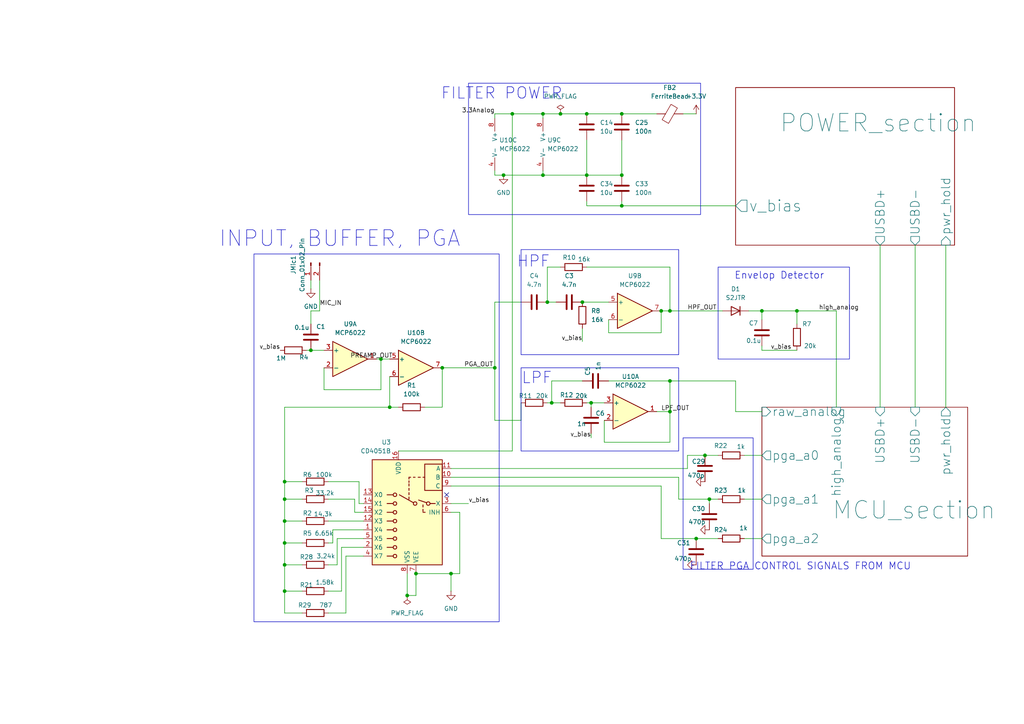
<source format=kicad_sch>
(kicad_sch (version 20250114) (generator "eeschema") (generator_version "9.0")
  (paper "A4")
  (lib_symbols
    (symbol "Amplifier_Operational:MCP6022" (pin_names (offset 0.127))
      (property "Reference" "U" (at 0 5.08 0))
      (property "Value" "MCP6022" (at 0 -5.08 0))
      (symbol "MCP6022_1_1"
        (polyline (pts (xy -5.08 5.08) (xy 5.08 0) (xy -5.08 -5.08) (xy -5.08 5.08)) (stroke (width 0.254)) (fill (type background)))
        (pin input line (at -7.62 2.54 0) (length 2.54) (name "+") (number "3"))
        (pin input line (at -7.62 -2.54 0) (length 2.54) (name "-") (number "2"))
        (pin output line (at 7.62 0 180) (length 2.54) (name "~") (number "1"))
      )
      (symbol "MCP6022_2_1"
        (polyline (pts (xy -5.08 5.08) (xy 5.08 0) (xy -5.08 -5.08) (xy -5.08 5.08)) (stroke (width 0.254)) (fill (type background)))
        (pin input line (at -7.62 2.54 0) (length 2.54) (name "+") (number "5"))
        (pin input line (at -7.62 -2.54 0) (length 2.54) (name "-") (number "6"))
        (pin output line (at 7.62 0 180) (length 2.54) (name "~") (number "7"))
      )
      (symbol "MCP6022_3_1"
        (pin power_in line (at -2.54 7.62 270) (length 3.81) (name "V+") (number "8"))
        (pin power_in line (at -2.54 -7.62 90) (length 3.81) (name "V-") (number "4"))
      )
    )
    (symbol "Analog_Switch:CD4051B"
      (property "Reference" "U" (at -10.16 16.51 0))
      (property "Value" "CD4051B" (at 3.81 16.51 0))
      (symbol "CD4051B_0_1"
        (rectangle (start -10.16 15.24) (end 10.16 -15.24) (stroke (width 0.254)) (fill (type background)))
        (rectangle (start -10.16 6.35) (end -5.08 13.97) (stroke (width 0.254)))
        (polyline (pts (xy -8.128 2.54) (xy -6.604 2.54)) (stroke (width 0.254)))
        (circle (center -6.096 2.54) (radius 0.508) (stroke (width 0.254)))
        (polyline (pts (xy -5.588 2.794) (xy -3.302 3.556)) (stroke (width 0.254)))
        (polyline (pts (xy -4.572 10.16) (xy -5.08 10.16)) (stroke (width 0.254)))
        (polyline (pts (xy -4.572 1.524) (xy -4.572 2.159)) (stroke (width 0.254)))
        (polyline (pts (xy -4.572 0.254) (xy -4.572 0.889)) (stroke (width 0.254)))
        (polyline (pts (xy -4.572 0) (xy -5.207 0)) (stroke (width 0.254)))
        (polyline (pts (xy -3.81 10.16) (xy -3.175 10.16)) (stroke (width 0.254)))
        (circle (center -2.286 2.54) (radius 0.508) (stroke (width 0.254)))
        (polyline (pts (xy -1.778 10.16) (xy -2.286 10.16)) (stroke (width 0.254)))
        (polyline (pts (xy -1.778 2.794) (xy 2.286 5.08)) (stroke (width 0.254)))
        (polyline (pts (xy -0.508 10.16) (xy -1.016 10.16)) (stroke (width 0.254)))
        (polyline (pts (xy -0.508 9.652) (xy -0.508 10.16)) (stroke (width 0.254)))
        (polyline (pts (xy -0.508 8.636) (xy -0.508 9.144)) (stroke (width 0.254)))
        (polyline (pts (xy -0.508 7.62) (xy -0.508 8.255)) (stroke (width 0.254)))
        (polyline (pts (xy -0.508 6.35) (xy -0.508 6.985)) (stroke (width 0.254)))
        (polyline (pts (xy -0.508 5.08) (xy -0.508 5.715)) (stroke (width 0.254)))
        (polyline (pts (xy -0.508 3.81) (xy -0.508 4.445)) (stroke (width 0.254)))
        (circle (center 3.556 5.08) (radius 0.508) (stroke (width 0.254)))
        (circle (center 3.556 2.54) (radius 0.508) (stroke (width 0.254)))
        (circle (center 3.556 0) (radius 0.508) (stroke (width 0.254)))
        (circle (center 3.556 -2.54) (radius 0.508) (stroke (width 0.254)))
        (circle (center 3.556 -5.08) (radius 0.508) (stroke (width 0.254)))
        (circle (center 3.556 -7.62) (radius 0.508) (stroke (width 0.254)))
        (circle (center 3.556 -10.16) (radius 0.508) (stroke (width 0.254)))
        (circle (center 3.556 -12.7) (radius 0.508) (stroke (width 0.254)))
        (polyline (pts (xy 4.064 5.08) (xy 5.842 5.08)) (stroke (width 0.254)))
        (polyline (pts (xy 4.064 2.54) (xy 5.842 2.54)) (stroke (width 0.254)))
        (polyline (pts (xy 4.064 0) (xy 5.842 0)) (stroke (width 0.254)))
        (polyline (pts (xy 4.064 -2.54) (xy 5.842 -2.54)) (stroke (width 0.254)))
        (polyline (pts (xy 4.064 -5.08) (xy 5.842 -5.08)) (stroke (width 0.254)))
        (polyline (pts (xy 4.064 -7.62) (xy 5.842 -7.62)) (stroke (width 0.254)))
        (polyline (pts (xy 4.064 -10.16) (xy 5.842 -10.16)) (stroke (width 0.254)))
        (polyline (pts (xy 4.064 -12.7) (xy 5.842 -12.7)) (stroke (width 0.254)))
      )
      (symbol "CD4051B_1_1"
        (pin input line (at -12.7 12.7 0) (length 2.54) (name "A") (number "11"))
        (pin input line (at -12.7 10.16 0) (length 2.54) (name "B") (number "10"))
        (pin input line (at -12.7 7.62 0) (length 2.54) (name "C") (number "9"))
        (pin bidirectional line (at -12.7 2.54 0) (length 2.54) (name "X") (number "3"))
        (pin input line (at -12.7 0 0) (length 2.54) (name "INH") (number "6"))
        (pin power_in line (at -2.54 -17.78 90) (length 2.54) (name "VEE") (number "7"))
        (pin power_in line (at 0 -17.78 90) (length 2.54) (name "VSS") (number "8"))
        (pin power_in line (at 2.54 17.78 270) (length 2.54) (name "VDD") (number "16"))
        (pin bidirectional line (at 12.7 5.08 180) (length 2.54) (name "X0") (number "13"))
        (pin bidirectional line (at 12.7 2.54 180) (length 2.54) (name "X1") (number "14"))
        (pin bidirectional line (at 12.7 0 180) (length 2.54) (name "X2") (number "15"))
        (pin bidirectional line (at 12.7 -2.54 180) (length 2.54) (name "X3") (number "12"))
        (pin bidirectional line (at 12.7 -5.08 180) (length 2.54) (name "X4") (number "1"))
        (pin bidirectional line (at 12.7 -7.62 180) (length 2.54) (name "X5") (number "5"))
        (pin bidirectional line (at 12.7 -10.16 180) (length 2.54) (name "X6") (number "2"))
        (pin bidirectional line (at 12.7 -12.7 180) (length 2.54) (name "X7") (number "4"))
      )
    )
    (symbol "Connector:Conn_01x02_Pin" (pin_names (offset 1.016) (hide yes))
      (property "Reference" "J" (at 0 2.54 0))
      (property "Value" "Conn_01x02_Pin" (at 0 -5.08 0))
      (symbol "Conn_01x02_Pin_1_1"
        (rectangle (start 0.8636 0.127) (end 0 -0.127) (stroke (width 0.1524)) (fill (type outline)))
        (rectangle (start 0.8636 -2.413) (end 0 -2.667) (stroke (width 0.1524)) (fill (type outline)))
        (polyline (pts (xy 1.27 0) (xy 0.8636 0)) (stroke (width 0.1524)))
        (polyline (pts (xy 1.27 -2.54) (xy 0.8636 -2.54)) (stroke (width 0.1524)))
        (pin passive line (at 5.08 0 180) (length 3.81) (name "Pin_1") (number "1"))
        (pin passive line (at 5.08 -2.54 180) (length 3.81) (name "Pin_2") (number "2"))
      )
    )
    (symbol "Device:C" (pin_numbers (hide yes)) (pin_names (offset 0.254))
      (property "Reference" "C" (at 0.635 2.54 0))
      (property "Value" "C" (at 0.635 -2.54 0))
      (symbol "C_0_1"
        (polyline (pts (xy -2.032 0.762) (xy 2.032 0.762)) (stroke (width 0.508)))
        (polyline (pts (xy -2.032 -0.762) (xy 2.032 -0.762)) (stroke (width 0.508)))
      )
      (symbol "C_1_1"
        (pin passive line (at 0 3.81 270) (length 2.794) (name "~") (number "1"))
        (pin passive line (at 0 -3.81 90) (length 2.794) (name "~") (number "2"))
      )
    )
    (symbol "Device:FerriteBead" (pin_numbers (hide yes)) (pin_names (offset 0))
      (property "Reference" "FB" (at -3.81 0.635 90))
      (property "Value" "FerriteBead" (at 3.81 0 90))
      (symbol "FerriteBead_0_1"
        (polyline (pts (xy -2.7686 0.4064) (xy -1.7018 2.2606) (xy 2.7686 -0.3048) (xy 1.6764 -2.159) (xy -2.7686 0.4064)))
        (polyline (pts (xy 0 1.27) (xy 0 1.2954)))
        (polyline (pts (xy 0 -1.27) (xy 0 -1.2192)))
      )
      (symbol "FerriteBead_1_1"
        (pin passive line (at 0 3.81 270) (length 2.54) (name "~") (number "1"))
        (pin passive line (at 0 -3.81 90) (length 2.54) (name "~") (number "2"))
      )
    )
    (symbol "Device:R" (pin_numbers (hide yes)) (pin_names (offset 0))
      (property "Reference" "R" (at 2.032 0 90))
      (property "Value" "R" (at 0 0 90))
      (symbol "R_0_1"
        (rectangle (start -1.016 -2.54) (end 1.016 2.54) (stroke (width 0.254)))
      )
      (symbol "R_1_1"
        (pin passive line (at 0 3.81 270) (length 1.27) (name "~") (number "1"))
        (pin passive line (at 0 -3.81 90) (length 1.27) (name "~") (number "2"))
      )
    )
    (symbol "Diode:S2JTR" (pin_numbers (hide yes)) (pin_names (hide yes))
      (property "Reference" "D" (at 0 2.54 0))
      (property "Value" "S2JTR" (at 0 -2.54 0))
      (symbol "S2JTR_0_1"
        (polyline (pts (xy -1.27 1.27) (xy -1.27 -1.27)) (stroke (width 0.254)))
        (polyline (pts (xy 1.27 1.27) (xy 1.27 -1.27) (xy -1.27 0) (xy 1.27 1.27)) (stroke (width 0.254)))
        (polyline (pts (xy 1.27 0) (xy -1.27 0)))
      )
      (symbol "S2JTR_1_1"
        (pin passive line (at -3.81 0 0) (length 2.54) (name "K") (number "1"))
        (pin passive line (at 3.81 0 180) (length 2.54) (name "A") (number "2"))
      )
    )
    (symbol "power:+3.3V" (power) (pin_numbers (hide yes)) (pin_names (offset 0) (hide yes))
      (property "Value" "+3.3V" (at 0 3.556 0))
      (symbol "+3.3V_0_1"
        (polyline (pts (xy -0.762 1.27) (xy 0 2.54)))
        (polyline (pts (xy 0 2.54) (xy 0.762 1.27)))
        (polyline (pts (xy 0 0) (xy 0 2.54)))
      )
      (symbol "+3.3V_1_1"
        (pin power_in line (at 0 0 90) (length 0) (name "~") (number "1"))
      )
    )
    (symbol "power:GND" (power) (pin_numbers (hide yes)) (pin_names (offset 0) (hide yes))
      (property "Value" "GND" (at 0 -3.81 0))
      (symbol "GND_0_1"
        (polyline (pts (xy 0 0) (xy 0 -1.27) (xy 1.27 -1.27) (xy 0 -2.54) (xy -1.27 -1.27) (xy 0 -1.27)))
      )
      (symbol "GND_1_1"
        (pin power_in line (at 0 0 270) (length 0) (name "~") (number "1"))
      )
    )
    (symbol "power:PWR_FLAG" (power) (pin_numbers (hide yes)) (pin_names (offset 0) (hide yes))
      (property "Value" "PWR_FLAG" (at 0 3.81 0))
      (symbol "PWR_FLAG_0_0"
        (pin power_out line (at 0 0 90) (length 0) (name "~") (number "1"))
      )
      (symbol "PWR_FLAG_0_1"
        (polyline (pts (xy 0 0) (xy 0 1.27) (xy -1.016 1.905) (xy 0 2.54) (xy 1.016 1.905) (xy 0 1.27)))
      )
    )
  )
  (rectangle (start 151.13 72.39) (end 196.85 102.87))
  (rectangle (start 73.66 73.66) (end 144.78 180.34))
  (rectangle (start 208.28 77.47) (end 246.38 104.14))
  (rectangle (start 135.89 24.13) (end 203.2 62.23))
  (rectangle (start 151.13 106.68) (end 196.85 130.81))
  (rectangle (start 198.12 127) (end 218.44 165.1))
  (text "LPF\n" (at 155.702 109.728 0) (effects (font (size 3.302 3.302))))
  (text "Envelop Detector\n" (at 226.06 80.01 0) (effects (font (size 2.032 2.032))))
  (text "FILTER POWER\n" (at 145.542 27.178 0) (effects (font (size 3.302 3.302))))
  (text "INPUT, BUFFER, PGA\n" (at 98.552 69.342 0) (effects (font (size 4.572 4.572))))
  (text "FILTER PGA CONTROL SIGNALS FROM MCU\n" (at 232.156 164.338 0) (effects (font (size 2.032 2.032))))
  (text "HPF " (at 155.956 75.946 0) (effects (font (size 3.302 3.302))))
  (junction (at 201.93 156.21))
  (junction (at 170.18 33.02))
  (junction (at 130.81 166.37))
  (junction (at 113.03 118.11))
  (junction (at 148.59 33.02))
  (junction (at 180.34 50.8))
  (junction (at 82.55 139.7))
  (junction (at 171.45 116.84))
  (junction (at 120.65 166.37))
  (junction (at 158.75 87.63))
  (junction (at 157.48 50.8))
  (junction (at 205.74 144.78))
  (junction (at 194.31 119.38))
  (junction (at 204.47 132.08))
  (junction (at 157.48 33.02))
  (junction (at 128.27 106.68))
  (junction (at 110.49 104.14))
  (junction (at 180.34 59.69))
  (junction (at 194.31 110.49))
  (junction (at 82.55 163.83))
  (junction (at 82.55 144.78))
  (junction (at 170.18 50.8))
  (junction (at 231.14 90.17))
  (junction (at 160.02 116.84))
  (junction (at 143.51 106.68))
  (junction (at 82.55 157.48))
  (junction (at 146.05 50.8))
  (junction (at 82.55 151.13))
  (junction (at 90.17 101.6))
  (junction (at 220.98 90.17))
  (junction (at 191.77 90.17))
  (junction (at 118.11 172.72))
  (junction (at 168.91 87.63))
  (junction (at 162.56 33.02))
  (junction (at 180.34 33.02))
  (junction (at 194.31 90.17))
  (junction (at 82.55 171.45))
  (no_connect (at 129.54 143.51))
  (wire (pts (xy 146.05 50.8) (xy 143.51 50.8)))
  (wire (pts (xy 96.52 153.67) (xy 96.52 157.48)))
  (wire (pts (xy 180.34 58.42) (xy 180.34 59.69)))
  (wire (pts (xy 88.9 101.6) (xy 90.17 101.6)))
  (wire (pts (xy 82.55 171.45) (xy 82.55 177.8)))
  (wire (pts (xy 82.55 144.78) (xy 82.55 151.13)))
  (wire (pts (xy 99.06 171.45) (xy 95.25 171.45)))
  (wire (pts (xy 130.81 146.05) (xy 135.89 146.05)))
  (wire (pts (xy 162.56 77.47) (xy 158.75 77.47)))
  (wire (pts (xy 130.81 148.59) (xy 133.35 148.59)))
  (wire (pts (xy 157.48 50.8) (xy 170.18 50.8)))
  (wire (pts (xy 170.18 77.47) (xy 194.31 77.47)))
  (wire (pts (xy 143.51 33.02) (xy 148.59 33.02)))
  (wire (pts (xy 82.55 118.11) (xy 113.03 118.11)))
  (wire (pts (xy 128.27 106.68) (xy 128.27 118.11)))
  (wire (pts (xy 157.48 33.02) (xy 157.48 34.29)))
  (wire (pts (xy 133.35 166.37) (xy 130.81 166.37)))
  (wire (pts (xy 151.13 116.84) (xy 151.13 121.92)))
  (wire (pts (xy 102.87 144.78) (xy 95.25 144.78)))
  (wire (pts (xy 128.27 106.68) (xy 143.51 106.68)))
  (wire (pts (xy 220.98 90.17) (xy 231.14 90.17)))
  (wire (pts (xy 82.55 157.48) (xy 87.63 157.48)))
  (wire (pts (xy 100.33 177.8) (xy 95.25 177.8)))
  (wire (pts (xy 205.74 144.78) (xy 205.74 146.05)))
  (wire (pts (xy 143.51 33.02) (xy 143.51 34.29)))
  (wire (pts (xy 171.45 116.84) (xy 171.45 118.11)))
  (wire (pts (xy 143.51 121.92) (xy 151.13 121.92)))
  (wire (pts (xy 90.17 93.98) (xy 90.17 90.17)))
  (wire (pts (xy 82.55 151.13) (xy 87.63 151.13)))
  (wire (pts (xy 82.55 118.11) (xy 82.55 139.7)))
  (wire (pts (xy 180.34 59.69) (xy 213.36 59.69)))
  (wire (pts (xy 160.02 110.49) (xy 168.91 110.49)))
  (wire (pts (xy 198.12 33.02) (xy 201.93 33.02)))
  (wire (pts (xy 105.41 156.21) (xy 97.79 156.21)))
  (wire (pts (xy 100.33 161.29) (xy 100.33 177.8)))
  (wire (pts (xy 265.43 71.12) (xy 265.43 118.11)))
  (wire (pts (xy 82.55 163.83) (xy 87.63 163.83)))
  (wire (pts (xy 82.55 151.13) (xy 82.55 157.48)))
  (wire (pts (xy 190.5 119.38) (xy 194.31 119.38)))
  (wire (pts (xy 82.55 163.83) (xy 82.55 171.45)))
  (wire (pts (xy 110.49 113.03) (xy 110.49 104.14)))
  (wire (pts (xy 213.36 119.38) (xy 220.98 119.38)))
  (wire (pts (xy 231.14 90.17) (xy 231.14 93.98)))
  (wire (pts (xy 220.98 100.33) (xy 220.98 101.6)))
  (wire (pts (xy 130.81 140.97) (xy 191.77 140.97)))
  (wire (pts (xy 128.27 118.11) (xy 123.19 118.11)))
  (wire (pts (xy 242.57 90.17) (xy 242.57 118.11)))
  (wire (pts (xy 168.91 95.25) (xy 168.91 99.06)))
  (wire (pts (xy 95.25 151.13) (xy 105.41 151.13)))
  (wire (pts (xy 158.75 87.63) (xy 161.29 87.63)))
  (wire (pts (xy 87.63 139.7) (xy 82.55 139.7)))
  (wire (pts (xy 118.11 166.37) (xy 118.11 172.72)))
  (wire (pts (xy 171.45 125.73) (xy 171.45 127)))
  (wire (pts (xy 110.49 104.14) (xy 113.03 104.14)))
  (wire (pts (xy 196.85 144.78) (xy 196.85 138.43)))
  (wire (pts (xy 158.75 77.47) (xy 158.75 87.63)))
  (wire (pts (xy 194.31 110.49) (xy 194.31 119.38)))
  (wire (pts (xy 93.98 113.03) (xy 93.98 106.68)))
  (wire (pts (xy 82.55 157.48) (xy 82.55 163.83)))
  (wire (pts (xy 82.55 139.7) (xy 82.55 144.78)))
  (wire (pts (xy 148.59 33.02) (xy 148.59 130.81)))
  (wire (pts (xy 204.47 132.08) (xy 208.28 132.08)))
  (wire (pts (xy 82.55 171.45) (xy 87.63 171.45)))
  (wire (pts (xy 160.02 110.49) (xy 160.02 116.84)))
  (wire (pts (xy 194.31 110.49) (xy 213.36 110.49)))
  (wire (pts (xy 118.11 172.72) (xy 120.65 172.72)))
  (wire (pts (xy 130.81 138.43) (xy 196.85 138.43)))
  (wire (pts (xy 104.14 146.05) (xy 104.14 139.7)))
  (wire (pts (xy 95.25 163.83) (xy 97.79 163.83)))
  (wire (pts (xy 168.91 87.63) (xy 176.53 87.63)))
  (wire (pts (xy 180.34 50.8) (xy 180.34 40.64)))
  (wire (pts (xy 105.41 153.67) (xy 96.52 153.67)))
  (wire (pts (xy 170.18 59.69) (xy 180.34 59.69)))
  (wire (pts (xy 130.81 166.37) (xy 130.81 171.45)))
  (wire (pts (xy 191.77 156.21) (xy 191.77 140.97)))
  (wire (pts (xy 220.98 90.17) (xy 220.98 92.71)))
  (wire (pts (xy 205.74 144.78) (xy 196.85 144.78)))
  (wire (pts (xy 102.87 148.59) (xy 102.87 144.78)))
  (wire (pts (xy 120.65 166.37) (xy 120.65 172.72)))
  (wire (pts (xy 176.53 110.49) (xy 194.31 110.49)))
  (wire (pts (xy 95.25 157.48) (xy 96.52 157.48)))
  (wire (pts (xy 162.56 33.02) (xy 170.18 33.02)))
  (wire (pts (xy 82.55 177.8) (xy 87.63 177.8)))
  (wire (pts (xy 170.18 116.84) (xy 171.45 116.84)))
  (wire (pts (xy 170.18 50.8) (xy 180.34 50.8)))
  (wire (pts (xy 130.81 135.89) (xy 199.39 135.89)))
  (wire (pts (xy 90.17 83.82) (xy 90.17 81.28)))
  (wire (pts (xy 170.18 50.8) (xy 170.18 40.64)))
  (wire (pts (xy 157.48 33.02) (xy 162.56 33.02)))
  (wire (pts (xy 171.45 116.84) (xy 175.26 116.84)))
  (wire (pts (xy 92.71 81.28) (xy 92.71 90.17)))
  (wire (pts (xy 194.31 90.17) (xy 191.77 90.17)))
  (wire (pts (xy 90.17 101.6) (xy 93.98 101.6)))
  (wire (pts (xy 120.65 166.37) (xy 130.81 166.37)))
  (wire (pts (xy 143.51 87.63) (xy 151.13 87.63)))
  (wire (pts (xy 92.71 90.17) (xy 90.17 90.17)))
  (wire (pts (xy 105.41 148.59) (xy 102.87 148.59)))
  (wire (pts (xy 158.75 116.84) (xy 160.02 116.84)))
  (wire (pts (xy 175.26 121.92) (xy 175.26 128.27)))
  (wire (pts (xy 113.03 109.22) (xy 113.03 118.11)))
  (wire (pts (xy 176.53 92.71) (xy 176.53 96.52)))
  (wire (pts (xy 176.53 96.52) (xy 191.77 96.52)))
  (wire (pts (xy 191.77 156.21) (xy 201.93 156.21)))
  (wire (pts (xy 191.77 90.17) (xy 191.77 96.52)))
  (wire (pts (xy 133.35 148.59) (xy 133.35 166.37)))
  (wire (pts (xy 194.31 90.17) (xy 209.55 90.17)))
  (wire (pts (xy 115.57 130.81) (xy 148.59 130.81)))
  (wire (pts (xy 170.18 58.42) (xy 170.18 59.69)))
  (wire (pts (xy 217.17 90.17) (xy 220.98 90.17)))
  (wire (pts (xy 201.93 156.21) (xy 208.28 156.21)))
  (wire (pts (xy 231.14 90.17) (xy 242.57 90.17)))
  (wire (pts (xy 255.27 71.12) (xy 255.27 118.11)))
  (wire (pts (xy 93.98 113.03) (xy 110.49 113.03)))
  (wire (pts (xy 213.36 110.49) (xy 213.36 119.38)))
  (wire (pts (xy 105.41 161.29) (xy 100.33 161.29)))
  (wire (pts (xy 274.32 71.12) (xy 274.32 118.11)))
  (wire (pts (xy 170.18 33.02) (xy 180.34 33.02)))
  (wire (pts (xy 215.9 132.08) (xy 220.98 132.08)))
  (wire (pts (xy 194.31 77.47) (xy 194.31 90.17)))
  (wire (pts (xy 215.9 144.78) (xy 220.98 144.78)))
  (wire (pts (xy 160.02 116.84) (xy 162.56 116.84)))
  (wire (pts (xy 231.14 101.6) (xy 220.98 101.6)))
  (wire (pts (xy 199.39 132.08) (xy 199.39 135.89)))
  (wire (pts (xy 148.59 33.02) (xy 157.48 33.02)))
  (wire (pts (xy 104.14 139.7) (xy 95.25 139.7)))
  (wire (pts (xy 105.41 158.75) (xy 99.06 158.75)))
  (wire (pts (xy 157.48 50.8) (xy 146.05 50.8)))
  (wire (pts (xy 208.28 144.78) (xy 205.74 144.78)))
  (wire (pts (xy 113.03 118.11) (xy 115.57 118.11)))
  (wire (pts (xy 99.06 158.75) (xy 99.06 171.45)))
  (wire (pts (xy 105.41 146.05) (xy 104.14 146.05)))
  (wire (pts (xy 194.31 119.38) (xy 194.31 128.27)))
  (wire (pts (xy 143.51 50.8) (xy 143.51 49.53)))
  (wire (pts (xy 109.22 104.14) (xy 110.49 104.14)))
  (wire (pts (xy 157.48 49.53) (xy 157.48 50.8)))
  (wire (pts (xy 82.55 144.78) (xy 87.63 144.78)))
  (wire (pts (xy 175.26 128.27) (xy 194.31 128.27)))
  (wire (pts (xy 97.79 156.21) (xy 97.79 163.83)))
  (wire (pts (xy 143.51 106.68) (xy 143.51 121.92)))
  (wire (pts (xy 143.51 87.63) (xy 143.51 106.68)))
  (wire (pts (xy 199.39 132.08) (xy 204.47 132.08)))
  (wire (pts (xy 180.34 33.02) (xy 190.5 33.02)))
  (wire (pts (xy 215.9 156.21) (xy 220.98 156.21)))
  (label "3.3Analog" (at 143.51 33.02 180))
  (label "v_bias" (at 135.89 146.05 0))
  (label "MIC_IN" (at 92.71 88.9 0))
  (label "PREAMP_OUT" (at 101.6 104.14 0))
  (label "LPF_OUT" (at 191.77 119.38 0))
  (label "v_bias" (at 168.91 99.06 180))
  (label "high_analog" (at 237.49 90.17 0))
  (label "v_bias" (at 171.45 127 180))
  (label "HPF_OUT" (at 199.39 90.17 0))
  (label "PGA_OUT" (at 134.62 106.68 0))
  (label "v_bias" (at 223.52 101.6 0))
  (label "v_bias" (at 81.28 101.6 180))
  (symbol (lib_id "Device:R") (at 212.09 156.21 90) (unit 1)
    (property "Reference" "R24" (at 209.042 153.67 90))
    (property "Value" "1k" (at 215.646 153.162 90))
    (property "Footprint" "Resistor_SMD:R_0805_2012Metric_Pad1.20x1.40mm_HandSolder" (effects (hide yes)))
    (property "Description" "Resistor" (effects (hide yes)))
  )
  (symbol (lib_id "Device:C") (at 205.74 149.86 180) (unit 1)
    (property "Reference" "C30" (at 200.66 147.574 0) (effects (justify right)))
    (property "Value" "470p" (at 199.644 151.384 0) (effects (justify right)))
    (property "Footprint" "Capacitor_SMD:C_0805_2012Metric_Pad1.18x1.45mm_HandSolder" (effects (hide yes)))
    (property "Description" "Unpolarized capacitor" (effects (hide yes)))
  )
  (symbol (lib_id "Device:R") (at 91.44 139.7 90) (unit 1)
    (property "Reference" "R6" (at 89.154 137.668 90))
    (property "Value" "100k" (at 93.98 137.668 90))
    (property "Footprint" "Resistor_SMD:R_0805_2012Metric_Pad1.20x1.40mm_HandSolder" (effects (hide yes)))
    (property "Description" "Resistor" (effects (hide yes)))
  )
  (symbol (lib_id "Device:C") (at 201.93 160.02 0) (unit 1)
    (property "Reference" "C31" (at 196.342 157.48 0) (effects (justify left)))
    (property "Value" "470p" (at 195.58 162.052 0) (effects (justify left)))
    (property "Footprint" "Capacitor_SMD:C_0805_2012Metric_Pad1.18x1.45mm_HandSolder" (effects (hide yes)))
    (property "Description" "Unpolarized capacitor" (effects (hide yes)))
  )
  (symbol (lib_id "Device:C") (at 165.1 87.63 270) (unit 1)
    (property "Reference" "C3" (at 165.1 80.01 90))
    (property "Value" "4.7n" (at 165.1 82.55 90))
    (property "Footprint" "Capacitor_SMD:C_0805_2012Metric_Pad1.18x1.45mm_HandSolder" (effects (hide yes)))
    (property "Description" "Unpolarized capacitor" (effects (hide yes)))
  )
  (symbol (lib_id "Device:C") (at 172.72 110.49 90) (unit 1)
    (property "Reference" "C5" (at 170.434 108.966 0) (effects (justify left)))
    (property "Value" "1n" (at 173.482 107.442 0) (effects (justify left)))
    (property "Footprint" "Capacitor_SMD:C_0805_2012Metric_Pad1.18x1.45mm_HandSolder" (effects (hide yes)))
    (property "Description" "Unpolarized capacitor" (effects (hide yes)))
  )
  (symbol (lib_id "Device:R") (at 91.44 144.78 90) (unit 1)
    (property "Reference" "R3" (at 89.662 142.24 90))
    (property "Value" "33.2k" (at 94.234 143.002 90))
    (property "Footprint" "Resistor_SMD:R_0805_2012Metric_Pad1.20x1.40mm_HandSolder" (effects (hide yes)))
    (property "Description" "Resistor" (effects (hide yes)))
  )
  (symbol (lib_id "power:GND") (at 205.74 153.67 270) (unit 1)
    (property "Reference" "#PWR06" (effects (hide yes)))
    (property "Value" "GND" (effects (hide yes)))
    (property "Description" "Power symbol creates a global label with name \"GND\" , ground" (effects (hide yes)))
  )
  (symbol (lib_id "Device:C") (at 170.18 36.83 0) (unit 1)
    (property "Reference" "C14" (at 173.99 35.56 0) (effects (justify left)))
    (property "Value" "10u" (at 173.99 38.1 0) (effects (justify left)))
    (property "Footprint" "Capacitor_SMD:C_0805_2012Metric_Pad1.18x1.45mm_HandSolder" (effects (hide yes)))
    (property "Description" "Unpolarized capacitor" (effects (hide yes)))
  )
  (symbol (lib_id "power:PWR_FLAG") (at 118.11 172.72 0) (mirror x) (unit 1)
    (property "Reference" "#FLG01" (effects (hide yes)))
    (property "Value" "PWR_FLAG" (at 118.11 177.8 0))
    (property "Description" "Special symbol for telling ERC where power comes from" (effects (hide yes)))
  )
  (symbol (lib_id "Device:R") (at 154.94 116.84 90) (unit 1)
    (property "Reference" "R11" (at 152.4 114.808 90))
    (property "Value" "20k" (at 157.226 114.808 90))
    (property "Footprint" "Resistor_SMD:R_0805_2012Metric_Pad1.20x1.40mm_HandSolder" (effects (hide yes)))
    (property "Description" "Resistor" (effects (hide yes)))
  )
  (symbol (lib_id "power:PWR_FLAG") (at 162.56 33.02 0) (unit 1)
    (property "Reference" "#FLG02" (effects (hide yes)))
    (property "Value" "PWR_FLAG" (at 162.56 27.94 0))
    (property "Description" "Special symbol for telling ERC where power comes from" (effects (hide yes)))
  )
  (symbol (lib_id "Device:R") (at 119.38 118.11 270) (mirror x) (unit 1)
    (property "Reference" "R1" (at 119.38 111.76 90))
    (property "Value" "100k" (at 119.38 114.3 90))
    (property "Footprint" "Resistor_SMD:R_0805_2012Metric_Pad1.20x1.40mm_HandSolder" (effects (hide yes)))
    (property "Description" "Resistor" (effects (hide yes)))
  )
  (symbol (lib_id "Device:R") (at 212.09 132.08 90) (unit 1)
    (property "Reference" "R22" (at 209.042 129.286 90))
    (property "Value" "1k" (at 214.884 129.54 90))
    (property "Footprint" "Resistor_SMD:R_0805_2012Metric_Pad1.20x1.40mm_HandSolder" (effects (hide yes)))
    (property "Description" "Resistor" (effects (hide yes)))
  )
  (symbol (lib_id "Device:R") (at 231.14 97.79 0) (unit 1)
    (property "Reference" "R7" (at 232.664 93.98 0) (effects (justify left)))
    (property "Value" "20k" (at 233.172 100.33 0) (effects (justify left)))
    (property "Footprint" "Resistor_SMD:R_0805_2012Metric_Pad1.20x1.40mm_HandSolder" (effects (hide yes)))
    (property "Description" "Resistor" (effects (hide yes)))
  )
  (symbol (lib_id "Amplifier_Operational:MCP6022") (at 146.05 41.91 0) (unit 3)
    (property "Reference" "U10" (at 144.78 40.64 0) (effects (justify left)))
    (property "Value" "MCP6022" (at 144.78 43.18 0) (effects (justify left)))
    (property "Footprint" "MCP6022-E_P:DIP787W46P254L927H533Q8" (effects (hide yes)))
    (property "Datasheet" "http://ww1.microchip.com/downloads/en/devicedoc/20001685e.pdf" (effects (hide yes)))
    (property "Description" "Dual Operational Amplifiers, Rail-to-Rail Input/Output, DIP-8/SOIC-8/TSSOP-8" (effects (hide yes)))
  )
  (symbol (lib_id "Amplifier_Operational:MCP6022") (at 101.6 104.14 0) (unit 1)
    (property "Reference" "U9" (at 101.6 93.98 0))
    (property "Value" "MCP6022" (at 101.6 96.52 0))
    (property "Footprint" "MCP6022-E_P:DIP787W46P254L927H533Q8" (effects (hide yes)))
    (property "Datasheet" "http://ww1.microchip.com/downloads/en/devicedoc/20001685e.pdf" (effects (hide yes)))
    (property "Description" "Dual Operational Amplifiers, Rail-to-Rail Input/Output, DIP-8/SOIC-8/TSSOP-8" (effects (hide yes)))
  )
  (symbol (lib_id "power:GND") (at 90.17 83.82 0) (unit 1)
    (property "Reference" "#PWR02" (effects (hide yes)))
    (property "Value" "GND" (at 90.17 88.9 0))
    (property "Description" "Power symbol creates a global label with name \"GND\" , ground" (effects (hide yes)))
  )
  (symbol (lib_id "Amplifier_Operational:MCP6022") (at 160.02 41.91 0) (unit 3)
    (property "Reference" "U9" (at 158.75 40.64 0) (effects (justify left)))
    (property "Value" "MCP6022" (at 158.75 43.18 0) (effects (justify left)))
    (property "Footprint" "MCP6022-E_P:DIP787W46P254L927H533Q8" (effects (hide yes)))
    (property "Datasheet" "http://ww1.microchip.com/downloads/en/devicedoc/20001685e.pdf" (effects (hide yes)))
    (property "Description" "Dual Operational Amplifiers, Rail-to-Rail Input/Output, DIP-8/SOIC-8/TSSOP-8" (effects (hide yes)))
  )
  (symbol (lib_id "Device:C") (at 220.98 96.52 0) (unit 1)
    (property "Reference" "C7" (at 217.17 93.726 0) (effects (justify left)))
    (property "Value" "0.1u" (at 216.408 98.806 0) (effects (justify left)))
    (property "Footprint" "Capacitor_SMD:C_0805_2012Metric_Pad1.18x1.45mm_HandSolder" (effects (hide yes)))
    (property "Description" "Unpolarized capacitor" (effects (hide yes)))
  )
  (symbol (lib_id "Device:R") (at 91.44 151.13 90) (unit 1)
    (property "Reference" "R2" (at 89.154 148.844 90))
    (property "Value" "14.3k" (at 93.726 149.098 90))
    (property "Footprint" "Resistor_SMD:R_0805_2012Metric_Pad1.20x1.40mm_HandSolder" (effects (hide yes)))
    (property "Description" "Resistor" (effects (hide yes)))
  )
  (symbol (lib_id "Device:C") (at 90.17 97.79 0) (mirror y) (unit 1)
    (property "Reference" "C1" (at 91.694 94.742 0) (effects (justify right)))
    (property "Value" "0.1u" (at 85.344 94.996 0) (effects (justify right)))
    (property "Footprint" "Capacitor_SMD:C_0805_2012Metric_Pad1.18x1.45mm_HandSolder" (effects (hide yes)))
    (property "Description" "Unpolarized capacitor" (effects (hide yes)))
  )
  (symbol (lib_id "Diode:S2JTR") (at 213.36 90.17 180) (unit 1)
    (property "Reference" "D1" (at 213.36 83.82 0))
    (property "Value" "S2JTR" (at 213.36 86.36 0))
    (property "Footprint" "Diode_SMD:D_SMB" (effects (hide yes)))
    (property "Datasheet" "http://www.smc-diodes.com/propdf/S2A-S2M%20N0562%20REV.A.pdf" (effects (hide yes)))
    (property "Description" "600V 2A General Purpose Rectifier Diode, SMB" (effects (hide yes)))
    (property "Sim.Device" "D" (effects (hide yes)))
    (property "Sim.Pins" "1=K 2=A" (effects (hide yes)))
  )
  (symbol (lib_id "Amplifier_Operational:MCP6022") (at 184.15 90.17 0) (unit 2)
    (property "Reference" "U9" (at 184.15 80.01 0))
    (property "Value" "MCP6022" (at 184.15 82.55 0))
    (property "Footprint" "MCP6022-E_P:DIP787W46P254L927H533Q8" (effects (hide yes)))
    (property "Datasheet" "http://ww1.microchip.com/downloads/en/devicedoc/20001685e.pdf" (effects (hide yes)))
    (property "Description" "Dual Operational Amplifiers, Rail-to-Rail Input/Output, DIP-8/SOIC-8/TSSOP-8" (effects (hide yes)))
  )
  (symbol (lib_id "Device:R") (at 212.09 144.78 90) (unit 1)
    (property "Reference" "R23" (at 209.042 142.24 90))
    (property "Value" "1k" (at 215.138 142.24 90))
    (property "Footprint" "Resistor_SMD:R_0805_2012Metric_Pad1.20x1.40mm_HandSolder" (effects (hide yes)))
    (property "Description" "Resistor" (effects (hide yes)))
  )
  (symbol (lib_id "Device:FerriteBead") (at 194.31 33.02 90) (unit 1)
    (property "Reference" "FB2" (at 194.2592 25.4 90))
    (property "Value" "FerriteBead" (at 194.2592 27.94 90))
    (property "Footprint" "Inductor_SMD:L_0805_2012Metric_Pad1.05x1.20mm_HandSolder" (effects (hide yes)))
    (property "Description" "Ferrite bead" (effects (hide yes)))
  )
  (symbol (lib_id "Device:R") (at 91.44 171.45 90) (unit 1)
    (property "Reference" "R21" (at 88.9 169.672 90))
    (property "Value" "1.58k" (at 94.234 168.91 90))
    (property "Footprint" "Resistor_SMD:R_0805_2012Metric_Pad1.20x1.40mm_HandSolder" (effects (hide yes)))
    (property "Description" "Resistor" (effects (hide yes)))
  )
  (symbol (lib_id "Device:C") (at 171.45 121.92 0) (unit 1)
    (property "Reference" "C6" (at 172.72 119.888 0) (effects (justify left)))
    (property "Value" "1n" (at 167.386 122.936 0) (effects (justify left)))
    (property "Footprint" "Capacitor_SMD:C_0805_2012Metric_Pad1.18x1.45mm_HandSolder" (effects (hide yes)))
    (property "Description" "Unpolarized capacitor" (effects (hide yes)))
  )
  (symbol (lib_id "Amplifier_Operational:MCP6022") (at 120.65 106.68 0) (unit 2)
    (property "Reference" "U10" (at 120.65 96.52 0))
    (property "Value" "MCP6022" (at 120.65 99.06 0))
    (property "Footprint" "MCP6022-E_P:DIP787W46P254L927H533Q8" (effects (hide yes)))
    (property "Datasheet" "http://ww1.microchip.com/downloads/en/devicedoc/20001685e.pdf" (effects (hide yes)))
    (property "Description" "Dual Operational Amplifiers, Rail-to-Rail Input/Output, DIP-8/SOIC-8/TSSOP-8" (effects (hide yes)))
  )
  (symbol (lib_id "power:GND") (at 201.93 163.83 270) (unit 1)
    (property "Reference" "#PWR033" (effects (hide yes)))
    (property "Value" "GND" (effects (hide yes)))
    (property "Description" "Power symbol creates a global label with name \"GND\" , ground" (effects (hide yes)))
  )
  (symbol (lib_id "power:GND") (at 130.81 171.45 0) (unit 1)
    (property "Reference" "#PWR03" (effects (hide yes)))
    (property "Value" "GND" (at 130.81 176.53 0))
    (property "Description" "Power symbol creates a global label with name \"GND\" , ground" (effects (hide yes)))
  )
  (symbol (lib_id "power:+3.3V") (at 201.93 33.02 0) (unit 1)
    (property "Reference" "#PWR08" (effects (hide yes)))
    (property "Value" "+3.3V" (at 201.93 27.94 0))
    (property "Description" "Power symbol creates a global label with name \"+3.3V\"" (effects (hide yes)))
  )
  (symbol (lib_id "Device:R") (at 168.91 91.44 180) (unit 1)
    (property "Reference" "R8" (at 171.45 90.1699 0) (effects (justify right)))
    (property "Value" "16k" (at 171.45 92.7099 0) (effects (justify right)))
    (property "Footprint" "Resistor_SMD:R_0805_2012Metric_Pad1.20x1.40mm_HandSolder" (effects (hide yes)))
    (property "Description" "Resistor" (effects (hide yes)))
  )
  (symbol (lib_id "Device:R") (at 166.37 77.47 90) (unit 1)
    (property "Reference" "R10" (at 165.1 74.676 90))
    (property "Value" "16k" (at 169.418 75.184 90))
    (property "Footprint" "Resistor_SMD:R_0805_2012Metric_Pad1.20x1.40mm_HandSolder" (effects (hide yes)))
    (property "Description" "Resistor" (effects (hide yes)))
  )
  (symbol (lib_id "Device:C") (at 180.34 36.83 0) (unit 1)
    (property "Reference" "C25" (at 184.15 35.56 0) (effects (justify left)))
    (property "Value" "100n" (at 184.15 38.1 0) (effects (justify left)))
    (property "Footprint" "Capacitor_SMD:C_0805_2012Metric_Pad1.18x1.45mm_HandSolder" (effects (hide yes)))
    (property "Description" "Unpolarized capacitor" (effects (hide yes)))
  )
  (symbol (lib_id "Analog_Switch:CD4051B") (at 118.11 148.59 0) (mirror y) (unit 1)
    (property "Reference" "U3" (at 113.4267 128.27 0) (effects (justify left)))
    (property "Value" "CD4051B" (at 113.4267 130.81 0) (effects (justify left)))
    (property "Footprint" "footprints:N16" (effects (hide yes)))
    (property "Datasheet" "http://www.ti.com/lit/ds/symlink/cd4052b.pdf" (effects (hide yes)))
    (property "Description" "CMOS single 8-channel analog multiplexer demultiplexer, TSSOP-16/DIP-16/SOIC-16" (effects (hide yes)))
  )
  (symbol (lib_id "Device:R") (at 91.44 177.8 90) (unit 1)
    (property "Reference" "R29" (at 88.392 175.514 90))
    (property "Value" "787" (at 94.488 175.514 90))
    (property "Footprint" "Resistor_SMD:R_0805_2012Metric_Pad1.20x1.40mm_HandSolder" (effects (hide yes)))
    (property "Description" "Resistor" (effects (hide yes)))
  )
  (symbol (lib_id "Device:R") (at 91.44 157.48 90) (unit 1)
    (property "Reference" "R5" (at 89.154 154.686 90))
    (property "Value" "6.65k" (at 93.98 154.686 90))
    (property "Footprint" "Resistor_SMD:R_0805_2012Metric_Pad1.20x1.40mm_HandSolder" (effects (hide yes)))
    (property "Description" "Resistor" (effects (hide yes)))
  )
  (symbol (lib_id "Device:C") (at 154.94 87.63 90) (unit 1)
    (property "Reference" "C4" (at 154.94 80.01 90))
    (property "Value" "4.7n" (at 154.94 82.55 90))
    (property "Footprint" "Capacitor_SMD:C_0805_2012Metric_Pad1.18x1.45mm_HandSolder" (effects (hide yes)))
    (property "Description" "Unpolarized capacitor" (effects (hide yes)))
  )
  (symbol (lib_id "Amplifier_Operational:MCP6022") (at 182.88 119.38 0) (unit 1)
    (property "Reference" "U10" (at 182.88 109.22 0))
    (property "Value" "MCP6022" (at 182.88 111.76 0))
    (property "Footprint" "MCP6022-E_P:DIP787W46P254L927H533Q8" (effects (hide yes)))
    (property "Datasheet" "http://ww1.microchip.com/downloads/en/devicedoc/20001685e.pdf" (effects (hide yes)))
    (property "Description" "Dual Operational Amplifiers, Rail-to-Rail Input/Output, DIP-8/SOIC-8/TSSOP-8" (effects (hide yes)))
  )
  (symbol (lib_id "Connector:Conn_01x02_Pin") (at 90.17 76.2 90) (mirror x) (unit 1)
    (property "Reference" "JMic1" (at 85.09 76.835 0))
    (property "Value" "Conn_01x02_Pin" (at 87.63 76.835 0))
    (property "Footprint" "Connector_JST:JST_XH_B2B-XH-A_1x02_P2.50mm_Vertical" (effects (hide yes)))
    (property "Description" "Generic connector, single row, 01x02, script generated" (effects (hide yes)))
  )
  (symbol (lib_id "Device:R") (at 91.44 163.83 90) (unit 1)
    (property "Reference" "R28" (at 88.9 161.544 90))
    (property "Value" "3.24k" (at 94.488 161.29 90))
    (property "Footprint" "Resistor_SMD:R_0805_2012Metric_Pad1.20x1.40mm_HandSolder" (effects (hide yes)))
    (property "Description" "Resistor" (effects (hide yes)))
  )
  (symbol (lib_id "Device:R") (at 85.09 101.6 90) (mirror x) (unit 1)
    (property "Reference" "R4" (at 88.138 103.632 90))
    (property "Value" "1M" (at 81.534 103.886 90))
    (property "Footprint" "Resistor_SMD:R_0805_2012Metric_Pad1.20x1.40mm_HandSolder" (effects (hide yes)))
    (property "Description" "Resistor" (effects (hide yes)))
  )
  (symbol (lib_id "Device:C") (at 180.34 54.61 0) (unit 1)
    (property "Reference" "C33" (at 184.15 53.34 0) (effects (justify left)))
    (property "Value" "100n" (at 184.15 55.88 0) (effects (justify left)))
    (property "Footprint" "Capacitor_SMD:C_0805_2012Metric_Pad1.18x1.45mm_HandSolder" (effects (hide yes)))
    (property "Description" "Unpolarized capacitor" (effects (hide yes)))
  )
  (symbol (lib_id "Device:C") (at 170.18 54.61 0) (unit 1)
    (property "Reference" "C34" (at 173.99 53.34 0) (effects (justify left)))
    (property "Value" "10u" (at 173.99 55.88 0) (effects (justify left)))
    (property "Footprint" "Capacitor_SMD:C_0805_2012Metric_Pad1.18x1.45mm_HandSolder" (effects (hide yes)))
    (property "Description" "Unpolarized capacitor" (effects (hide yes)))
  )
  (symbol (lib_id "Device:C") (at 204.47 135.89 0) (unit 1)
    (property "Reference" "C29" (at 200.66 133.858 0) (effects (justify left)))
    (property "Value" "470p" (at 199.39 137.922 0) (effects (justify left)))
    (property "Footprint" "Capacitor_SMD:C_0805_2012Metric_Pad1.18x1.45mm_HandSolder" (effects (hide yes)))
    (property "Description" "Unpolarized capacitor" (effects (hide yes)))
  )
  (symbol (lib_id "power:GND") (at 204.47 139.7 270) (unit 1)
    (property "Reference" "#PWR032" (effects (hide yes)))
    (property "Value" "GND" (effects (hide yes)))
    (property "Description" "Power symbol creates a global label with name \"GND\" , ground" (effects (hide yes)))
  )
  (symbol (lib_id "power:GND") (at 146.05 50.8 0) (unit 1)
    (property "Reference" "#PWR017" (effects (hide yes)))
    (property "Value" "GND" (at 146.05 55.88 0))
    (property "Description" "Power symbol creates a global label with name \"GND\" , ground" (effects (hide yes)))
  )
  (symbol (lib_id "Device:R") (at 166.37 116.84 90) (unit 1)
    (property "Reference" "R12" (at 164.338 114.554 90))
    (property "Value" "20k" (at 168.656 114.808 90))
    (property "Footprint" "Resistor_SMD:R_0805_2012Metric_Pad1.20x1.40mm_HandSolder" (effects (hide yes)))
    (property "Description" "Resistor" (effects (hide yes)))
  )
  (sheet (at 220.98 118.11) (size 59.69 43.18) (stroke (width 0.1524))
    (property "Sheetname" "MCU_section" (at 241.3 150.876 0) (effects (font (size 5.08 5.08)) (justify left bottom)))
    (property "Sheetfile" "mcu_sec.kicad_sch" (effects (hide yes)))
    (pin "high_analog" input (at 242.57 118.11 90) (effects (font (size 2.54 2.54))))
    (pin "raw_analog" input (at 220.98 119.38 180) (effects (font (size 2.54 2.54))))
    (pin "pwr_hold" output (at 274.32 118.11 90) (effects (font (size 2.54 2.54))))
    (pin "pga_a2" output (at 220.98 156.21 180) (effects (font (size 2.54 2.54))))
    (pin "pga_a0" output (at 220.98 132.08 180) (effects (font (size 2.54 2.54))))
    (pin "pga_a1" output (at 220.98 144.78 180) (effects (font (size 2.54 2.54))))
    (pin "USBD+" input (at 255.27 118.11 90) (effects (font (size 2.54 2.54))))
    (pin "USBD-" input (at 265.43 118.11 90) (effects (font (size 2.54 2.54))))
  )
  (sheet (at 213.36 25.4) (size 63.5 45.72) (stroke (width 0.1524))
    (property "Sheetname" "POWER_section" (at 226.06 38.608 0) (effects (font (size 5.08 5.08)) (justify left bottom)))
    (property "Sheetfile" "power_section.kicad_sch" (effects (hide yes)))
    (pin "pwr_hold" input (at 274.32 71.12 270) (effects (font (size 2.54 2.54))))
    (pin "v_bias" output (at 213.36 59.69 180) (effects (font (size 3.302 3.302))))
    (pin "USBD-" output (at 265.43 71.12 270) (effects (font (size 2.54 2.54))))
    (pin "USBD+" output (at 255.27 71.12 270) (effects (font (size 2.54 2.54))))
  )
)
</source>
